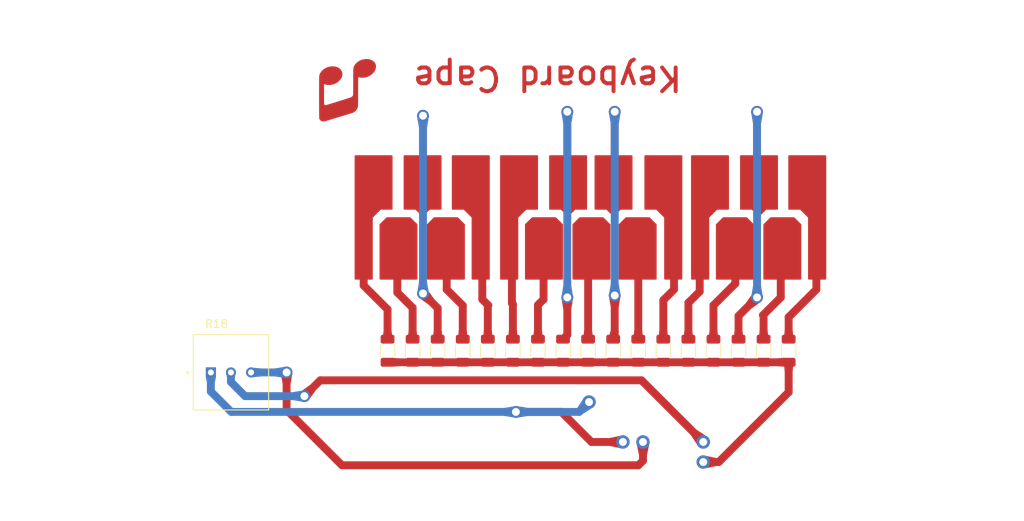
<source format=kicad_pcb>
(kicad_pcb (version 20221018) (generator pcbnew)
  (layers (0 "F.Cu" signal) (31 "B.Cu" signal) (34 "B.Paste" user) (35 "F.Paste" user) (36 "B.SilkS" user "B.Silkscreen") (37 "F.SilkS" user "F.Silkscreen") (38 "B.Mask" user) (39 "F.Mask" user) (44 "Edge.Cuts" user))
  (net 0 "")
  (net 1 "/AIN1")
  (net 2 "/AIN0")
  (net 3 "+1V8")
  (net 4 "/Key0")
  (net 5 "/Key1")
  (net 6 "/Key2")
  (net 7 "/Key3")
  (net 8 "/Key4")
  (net 9 "/Key5")
  (net 10 "/Key6")
  (net 11 "/Key7")
  (net 12 "/Key8")
  (net 13 "/Key9")
  (net 14 "/Key10")
  (net 15 "/Key11")
  (net 16 "/Key12")
  (net 17 "/Key13")
  (net 18 "/Key14")
  (net 19 "/Key15")
  (net 20 "/Key16")
  (net 21 "GNDA")
  (footprint "Connector_PinHeader_2.54mm:PinHeader_2x23_P2.54mm_Vertical" (layer "F.Cu") (at 119.685 98.095 90)
    (fp_text reference "P9" hide)
    (fp_text value "BeagleBone_Black_Header" hide)
    (pad "32" thru_hole oval locked (at 2.54 38.1 90) (size 1.7 1.7) (drill 1) (layers "*.Cu" "*.Mask") (net 3 "+1V8"))
    (pad "34" thru_hole oval locked (at 2.54 40.64 90) (size 1.7 1.7) (drill 1) (layers "*.Cu" "*.Mask") (net 21 "GNDA"))
    (pad "39" thru_hole oval locked (at 0 48.26 90) (size 1.7 1.7) (drill 1) (layers "*.Cu" "*.Mask") (net 2 "/AIN0"))
    (pad "40" thru_hole oval locked (at 2.54 48.26 90) (size 1.7 1.7) (drill 1) (layers "*.Cu" "*.Mask") (net 1 "/AIN1"))
  )
  (footprint "Resistor_SMD:R_1206_3216Metric" (layer "F.Cu") (at 134.359609 84 -90)
    (fp_text reference "R2" hide)
    (fp_text value "R")
    (fp_line (start -0.727064 -0.91) (end 0.727064 -0.91) (stroke (width 0.12)) (layer "F.SilkS"))
    (fp_line (start -0.727064 0.91) (end 0.727064 0.91) (stroke (width 0.12)) (layer "F.SilkS"))
    (pad "1" smd roundrect (at -1.4625 0 270) (size 1.125 1.75) (layers "F.Cu" "F.Paste" "F.Mask") (roundrect_rratio 0.2222222222) (net 6 "/Key2"))
    (pad "2" smd roundrect (at 1.4625 0 270) (size 1.125 1.75) (layers "F.Cu" "F.Paste" "F.Mask") (roundrect_rratio 0.2222222222) (net 2 "/AIN0"))
  )
  (footprint "Resistor_SMD:R_1206_3216Metric" (layer "F.Cu") (at 169.237771 84 -90)
    (fp_text reference "R14" hide)
    (fp_text value "R")
    (fp_line (start -0.727064 -0.91) (end 0.727064 -0.91) (stroke (width 0.12)) (layer "F.SilkS"))
    (fp_line (start -0.727064 0.91) (end 0.727064 0.91) (stroke (width 0.12)) (layer "F.SilkS"))
    (pad "1" smd roundrect (at -1.4625 0 270) (size 1.125 1.75) (layers "F.Cu" "F.Paste" "F.Mask") (roundrect_rratio 0.2222222222) (net 17 "/Key13"))
    (pad "2" smd roundrect (at 1.4625 0 270) (size 1.125 1.75) (layers "F.Cu" "F.Paste" "F.Mask") (roundrect_rratio 0.2222222222) (net 2 "/AIN0"))
  )
  (footprint "Resistor_SMD:R_1206_3216Metric" (layer "F.Cu") (at 175.579255 84 -90)
    (fp_text reference "R16" hide)
    (fp_text value "R")
    (fp_line (start -0.727064 -0.91) (end 0.727064 -0.91) (stroke (width 0.12)) (layer "F.SilkS"))
    (fp_line (start -0.727064 0.91) (end 0.727064 0.91) (stroke (width 0.12)) (layer "F.SilkS"))
    (pad "1" smd roundrect (at -1.4625 0 270) (size 1.125 1.75) (layers "F.Cu" "F.Paste" "F.Mask") (roundrect_rratio 0.2222222222) (net 19 "/Key15"))
    (pad "2" smd roundrect (at 1.4625 0 270) (size 1.125 1.75) (layers "F.Cu" "F.Paste" "F.Mask") (roundrect_rratio 0.2222222222) (net 2 "/AIN0"))
  )
  (footprint "LOGO" (layer "F.Cu") (at 122.75 51 180)
    (fp_text reference "G***" hide)
    (fp_text value "LOGO" hide)
    (fp_poly (pts (xy 3.007149 -3.960827) (xy 3.121421 -3.915045) (xy 3.22019 -3.845924) (xy 3.299694 -3.755209) (xy 3.329543 -3.705213) (xy 3.337348 -3.690151) (xy 3.344468 -3.675372) (xy 3.350935 -3.659444) (xy 3.356781 -3.640937) (xy 3.362036 -3.61842) (xy 3.366734 -3.59046) (xy 3.370905 -3.555626) (xy 3.37458 -3.512488) (xy 3.377791 -3.459614) (xy 3.38057 -3.395572) (xy 3.382949 -3.318931) (xy 3.384958 -3.228261) (xy 3.386629 -3.122129) (xy 3.387994 -2.999104) (xy 3.389084 -2.857755) (xy 3.38993 -2.696651) (xy 3.390565 -2.51436) (xy 3.39102 -2.309451) (xy 3.391326 -2.080492) (xy 3.391514 -1.826053) (xy 3.391617 -1.544702) (xy 3.391665 -1.235008) (xy 3.391691 -0.895539) (xy 3.391692 -0.881731) (xy 3.391709 -0.545875) (xy 3.3917 -0.239821) (xy 3.391648 0.037888) (xy 3.391537 0.288713) (xy 3.39135 0.514111) (xy 3.391071 0.715542) (xy 3.390683 0.894465) (xy 3.39017 1.052337) (xy 3.389516 1.190619) (xy 3.388703 1.31077) (xy 3.387716 1.414246) (xy 3.386538 1.502509) (xy 3.385152 1.577016) (xy 3.383542 1.639227) (xy 3.381692 1.6906) (xy 3.379585 1.732593) (xy 3.377205 1.766667) (xy 3.374534 1.79428) (xy 3.371558 1.81689) (xy 3.368258 1.835956) (xy 3.36462 1.852938) (xy 3.360628 1.869285) (xy 3.299872 2.04716) (xy 3.211164 2.215744) (xy 3.096932 2.373127) (xy 2.9596 2.5174) (xy 2.801596 2.646652) (xy 2.625345 2.758974) (xy 2.433274 2.852455) (xy 2.227809 2.925185) (xy 2.011377 2.975255) (xy 1.942142 2.985917) (xy 1.847723 2.994625) (xy 1.737659 2.998235) (xy 1.620646 2.997066) (xy 1.505378 2.991435) (xy 1.400551 2.981659) (xy 1.314859 2.968058) (xy 1.289539 2.962064) (xy 1.107962 2.903372) (xy 0.95113 2.830929) (xy 0.871204 2.78279) (xy 0.731385 2.674629) (xy 0.619944 2.553475) (xy 0.536599 2.418822) (xy 0.48107 2.270165) (xy 0.453075 2.106997) (xy 0.449341 2.024185) (xy 0.453682 1.899178) (xy 0.470603 1.787367) (xy 0.502762 1.677719) (xy 0.552817 1.559201) (xy 0.569868 1.524) (xy 0.668202 1.35947) (xy 0.793231 1.20637) (xy 0.941794 1.066868) (xy 1.110727 0.943131) (xy 1.296869 0.837326) (xy 1.497058 0.751623) (xy 1.70813 0.688187) (xy 1.824268 0.664173) (xy 1.96136 0.647083) (xy 2.109636 0.640438) (xy 2.261307 0.643739) (xy 2.408581 0.656485) (xy 2.543669 0.678176) (xy 2.65878 0.708313) (xy 2.690323 0.719737) (xy 2.766647 0.749821) (xy 2.766416 -0.512135) (xy 2.766264 -0.75346) (xy 2.765885 -0.965164) (xy 2.765255 -1.148888) (xy 2.764348 -1.306274) (xy 2.76314 -1.438961) (xy 2.761607 -1.54859) (xy 2.759723 -1.636803) (xy 2.757465 -1.705238) (xy 2.754807 -1.755538) (xy 2.751725 -1.789343) (xy 2.748194 -1.808293) (xy 2.746878 -1.811662) (xy 2.700893 -1.869273) (xy 2.6359 -1.903098) (xy 2.567311 -1.911803) (xy 2.541506 -1.907766) (xy 2.492292 -1.895957) (xy 2.419028 -1.876184) (xy 2.321071 -1.848255) (xy 2.197778 -1.811976) (xy 2.048507 -1.767156) (xy 1.872616 -1.7136) (xy 1.669461 -1.651118) (xy 1.438401 -1.579515) (xy 1.178793 -1.4986) (xy 0.938589 -1.423419) (xy 0.684032 -1.34355) (xy 0.457624 -1.272352) (xy 0.25765 -1.209256) (xy 0.082394 -1.153693) (xy -0.069859 -1.105092) (xy -0.200825 -1.062884) (xy -0.312217 -1.026498) (xy -0.405753 -0.995365) (xy -0.483147 -0.968915) (xy -0.546114 -0.946579) (xy -0.59637 -0.927786) (xy -0.63563 -0.911966) (xy -0.665609 -0.89855) (xy -0.688023 -0.886968) (xy -0.702039 -0.878387) (xy -0.784322 -0.812134) (xy -0.850888 -0.736213) (xy -0.89567 -0.658053) (xy -0.905871 -0.628743) (xy -0.90889 -0.601737) (xy -0.911605 -0.543699) (xy -0.914014 -0.454857) (xy -0.916115 -0.33544) (xy -0.917906 -0.185675) (xy -0.919384 -0.00579) (xy -0.920547 0.203987) (xy -0.921393 0.443426) (xy -0.92192 0.712301) (xy -0.922125 1.010383) (xy -0.922128 1.036198) (xy -0.922145 1.30418) (xy -0.922223 1.542838) (xy -0.922448 1.754107) (xy -0.922906 1.939926) (xy -0.923682 2.10223) (xy -0.924862 2.242956) (xy -0.926533 2.364042) (xy -0.92878 2.467424) (xy -0.931689 2.555039) (xy -0.935345 2.628824) (xy -0.939835 2.690715) (xy -0.945245 2.74265) (xy -0.95166 2.786564) (xy -0.959166 2.824396) (xy -0.967849 2.858081) (xy -0.977796 2.889557) (xy -0.989091 2.92076) (xy -1.00182 2.953628) (xy -1.0078 2.968865) (xy -1.083351 3.123153) (xy -1.185938 3.273677) (xy -1.311341 3.416037) (xy -1.455341 3.545832) (xy -1.613717 3.658662) (xy -1.735015 3.727295) (xy -1.927407 3.809849) (xy -2.135528 3.872432) (xy -2.351397 3.913585) (xy -2.567038 3.931847) (xy -2.774469 3.925757) (xy -2.802937 3.922817) (xy -2.991764 3.889275) (xy -3.1676 3.833834) (xy -3.327558 3.758246) (xy -3.468749 3.664267) (xy -3.588285 3.553649) (xy -3.683276 3.428146) (xy -3.716904 3.367961) (xy -3.768276 3.237404) (xy -3.796273 3.09473) (xy -3.80274 2.969847) (xy -3.788185 2.789544) (xy -3.744609 2.616567) (xy -3.671533 2.44991) (xy -3.568478 2.288566) (xy -3.434964 2.13153) (xy -3.374264 2.070977) (xy -3.267942 1.975106) (xy -3.165236 1.896242) (xy -3.054796 1.826475) (xy -2.925272 1.757896) (xy -2.924239 1.757386) (xy -2.726982 1.671352) (xy -2.532378 1.610898) (xy -2.332122 1.574126) (xy -2.117908 1.559133) (xy -2.055446 1.558576) (xy -1.897235 1.564258) (xy -1.761752 1.581037) (xy -1.642115 1.609989) (xy -1.575343 1.633544) (xy -1.571301 1.633817) (xy -1.567676 1.630178) (xy -1.564437 1.620995) (xy -1.561559 1.604637) (xy -1.559012 1.579473) (xy -1.556769 1.543871) (xy -1.554801 1.496202) (xy -1.553082 1.434833) (xy -1.551582 1.358134) (xy -1.550274 1.264473) (xy -1.54913 1.152219) (xy -1.548122 1.019742) (xy -1.547223 0.865409) (xy -1.546403 0.687591) (xy -1.545635 0.484655) (xy -1.544891 0.254972) (xy -1.544144 -0.003091) (xy -1.543551 -0.221274) (xy -1.542792 -0.501857) (xy -1.542076 -0.752914) (xy -1.541368 -0.976184) (xy -1.540635 -1.173402) (xy -1.539846 -1.346306) (xy -1.538966 -1.496631) (xy -1.537964 -1.626115) (xy -1.536806 -1.736495) (xy -1.535459 -1.829506) (xy -1.53389 -1.906886) (xy -1.532066 -1.970371) (xy -1.529955 -2.021698) (xy -1.527523 -2.062603) (xy -1.524738 -2.094824) (xy -1.521566 -2.120097) (xy -1.517975 -2.140159) (xy -1.513932 -2.156746) (xy -1.509403 -2.171594) (xy -1.506405 -2.180492) (xy -1.431489 -2.355983) (xy -1.334247 -2.513333) (xy -1.216844 -2.650223) (xy -1.081447 -2.764336) (xy -0.93022 -2.853351) (xy -0.844061 -2.889683) (xy -0.80233 -2.904041) (xy -0.734316 -2.926201) (xy -0.642342 -2.95546) (xy -0.528728 -2.991118) (xy -0.395797 -3.032472) (xy -0.24587 -3.07882) (xy -0.081269 -3.129461) (xy 0.095685 -3.183692) (xy 0.282671 -3.240813) (xy 0.477367 -3.30012) (xy 0.67745 -3.360912) (xy 0.880601 -3.422487) (xy 1.084497 -3.484144) (xy 1.286817 -3.54518) (xy 1.485238 -3.604893) (xy 1.67744 -3.662583) (xy 1.861102 -3.717546) (xy 2.033901 -3.769082) (xy 2.193515 -3.816487) (xy 2.337625 -3.859061) (xy 2.463907 -3.896101) (xy 2.57004 -3.926906) (xy 2.653703 -3.950774) (xy 2.712575 -3.967002) (xy 2.744333 -3.97489) (xy 2.74715 -3.975393) (xy 2.881138 -3.981525)) (fill solid) (layer "F.Cu"))
  )
  (footprint "Resistor_SMD:R_1206_3216Metric" (layer "F.Cu") (at 159.725545 84 -90)
    (fp_text reference "R11" hide)
    (fp_text value "R")
    (fp_line (start -0.727064 -0.91) (end 0.727064 -0.91) (stroke (width 0.12)) (layer "F.SilkS"))
    (fp_line (start -0.727064 0.91) (end 0.727064 0.91) (stroke (width 0.12)) (layer "F.SilkS"))
    (pad "1" smd roundrect (at -1.4625 0 270) (size 1.125 1.75) (layers "F.Cu" "F.Paste" "F.Mask") (roundrect_rratio 0.2222222222) (net 14 "/Key10"))
    (pad "2" smd roundrect (at 1.4625 0 270) (size 1.125 1.75) (layers "F.Cu" "F.Paste" "F.Mask") (roundrect_rratio 0.2222222222) (net 2 "/AIN0"))
  )
  (footprint "MountingHole:MountingHole_3.2mm_M3_DIN965" (layer "F.Cu") (at 180.645 51.74)
    (fp_text reference "MH3" hide)
    (fp_text value "MountingHole_3.2mm_M3_DIN965" hide)
    (pad "" np_thru_hole circle locked (at 0 0) (size 3.2 3.2) (drill 3.2) (layers "*.Cu" "*.Mask"))
  )
  (footprint "Resistor_SMD:R_1206_3216Metric" (layer "F.Cu") (at 162.896287 84 -90)
    (fp_text reference "R12" hide)
    (fp_text value "R")
    (fp_line (start -0.727064 -0.91) (end 0.727064 -0.91) (stroke (width 0.12)) (layer "F.SilkS"))
    (fp_line (start -0.727064 0.91) (end 0.727064 0.91) (stroke (width 0.12)) (layer "F.SilkS"))
    (pad "1" smd roundrect (at -1.4625 0 270) (size 1.125 1.75) (layers "F.Cu" "F.Paste" "F.Mask") (roundrect_rratio 0.2222222222) (net 15 "/Key11"))
    (pad "2" smd roundrect (at 1.4625 0 270) (size 1.125 1.75) (layers "F.Cu" "F.Paste" "F.Mask") (roundrect_rratio 0.2222222222) (net 2 "/AIN0"))
  )
  (footprint "Resistor_SMD:R_1206_3216Metric" (layer "F.Cu") (at 150.213319 84 -90)
    (fp_text reference "R8" hide)
    (fp_text value "R")
    (fp_line (start -0.727064 -0.91) (end 0.727064 -0.91) (stroke (width 0.12)) (layer "F.SilkS"))
    (fp_line (start -0.727064 0.91) (end 0.727064 0.91) (stroke (width 0.12)) (layer "F.SilkS"))
    (pad "1" smd roundrect (at -1.4625 0 270) (size 1.125 1.75) (layers "F.Cu" "F.Paste" "F.Mask") (roundrect_rratio 0.2222222222) (net 11 "/Key7"))
    (pad "2" smd roundrect (at 1.4625 0 270) (size 1.125 1.75) (layers "F.Cu" "F.Paste" "F.Mask") (roundrect_rratio 0.2222222222) (net 2 "/AIN0"))
  )
  (footprint "" (layer "F.Cu") (at 153.5 90.5)
    (fp_text reference "" (at 0 0) (layer "F.SilkS") (effects (font (size 1.27 1.27))))
    (fp_text value "" (at 0 0) (layer "F.SilkS") (effects (font (size 1.27 1.27))))
    (pad "32" thru_hole oval (at 0 0 90) (size 1.7 1.7) (drill 1) (layers "*.Cu" "*.Mask") (net 3 "+1V8"))
  )
  (footprint "Resistor_SMD:R_1206_3216Metric" (layer "F.Cu") (at 178.75 84 -90)
    (fp_text reference "R17" hide)
    (fp_text value "R")
    (fp_line (start -0.727064 -0.91) (end 0.727064 -0.91) (stroke (width 0.12)) (layer "F.SilkS"))
    (fp_line (start -0.727064 0.91) (end 0.727064 0.91) (stroke (width 0.12)) (layer "F.SilkS"))
    (pad "1" smd roundrect (at -1.4625 0 270) (size 1.125 1.75) (layers "F.Cu" "F.Paste" "F.Mask") (roundrect_rratio 0.2222222222) (net 20 "/Key16"))
    (pad "2" smd roundrect (at 1.4625 0 270) (size 1.125 1.75) (layers "F.Cu" "F.Paste" "F.Mask") (roundrect_rratio 0.2222222222) (net 2 "/AIN0"))
  )
  (footprint "Resistor_SMD:R_1206_3216Metric" (layer "F.Cu") (at 166.067029 84 -90)
    (fp_text reference "R13" hide)
    (fp_text value "R")
    (fp_line (start -0.727064 -0.91) (end 0.727064 -0.91) (stroke (width 0.12)) (layer "F.SilkS"))
    (fp_line (start -0.727064 0.91) (end 0.727064 0.91) (stroke (width 0.12)) (layer "F.SilkS"))
    (pad "1" smd roundrect (at -1.4625 0 270) (size 1.125 1.75) (layers "F.Cu" "F.Paste" "F.Mask") (roundrect_rratio 0.2222222222) (net 16 "/Key12"))
    (pad "2" smd roundrect (at 1.4625 0 270) (size 1.125 1.75) (layers "F.Cu" "F.Paste" "F.Mask") (roundrect_rratio 0.2222222222) (net 2 "/AIN0"))
  )
  (footprint "MountingHole:MountingHole_3.2mm_M3_DIN965" (layer "F.Cu") (at 180.645 93.65)
    (fp_text reference "MH4" hide)
    (fp_text value "MountingHole_3.2mm_M3_DIN965" hide)
    (pad "" np_thru_hole circle locked (at 0 0) (size 3.2 3.2) (drill 3.2) (layers "*.Cu" "*.Mask"))
  )
  (footprint "Resistor_SMD:R_1206_3216Metric" (layer "F.Cu") (at 156.554803 84 -90)
    (fp_text reference "R10" hide)
    (fp_text value "R")
    (fp_line (start -0.727064 -0.91) (end 0.727064 -0.91) (stroke (width 0.12)) (layer "F.SilkS"))
    (fp_line (start -0.727064 0.91) (end 0.727064 0.91) (stroke (width 0.12)) (layer "F.SilkS"))
    (pad "1" smd roundrect (at -1.4625 0 270) (size 1.125 1.75) (layers "F.Cu" "F.Paste" "F.Mask") (roundrect_rratio 0.2222222222) (net 13 "/Key9"))
    (pad "2" smd roundrect (at 1.4625 0 270) (size 1.125 1.75) (layers "F.Cu" "F.Paste" "F.Mask") (roundrect_rratio 0.2222222222) (net 2 "/AIN0"))
  )
  (footprint "Resistor_SMD:R_1206_3216Metric" (layer "F.Cu") (at 143.871835 84 -90)
    (fp_text reference "R5" hide)
    (fp_text value "R")
    (fp_line (start -0.727064 -0.91) (end 0.727064 -0.91) (stroke (width 0.12)) (layer "F.SilkS"))
    (fp_line (start -0.727064 0.91) (end 0.727064 0.91) (stroke (width 0.12)) (layer "F.SilkS"))
    (pad "1" smd roundrect (at -1.4625 0 270) (size 1.125 1.75) (layers "F.Cu" "F.Paste" "F.Mask") (roundrect_rratio 0.2222222222) (net 9 "/Key5"))
    (pad "2" smd roundrect (at 1.4625 0 270) (size 1.125 1.75) (layers "F.Cu" "F.Paste" "F.Mask") (roundrect_rratio 0.2222222222) (net 2 "/AIN0"))
  )
  (footprint "Resistor_SMD:R_1206_3216Metric" (layer "F.Cu") (at 172.408513 84 -90)
    (fp_text reference "R15" hide)
    (fp_text value "R")
    (fp_line (start -0.727064 -0.91) (end 0.727064 -0.91) (stroke (width 0.12)) (layer "F.SilkS"))
    (fp_line (start -0.727064 0.91) (end 0.727064 0.91) (stroke (width 0.12)) (layer "F.SilkS"))
    (pad "1" smd roundrect (at -1.4625 0 270) (size 1.125 1.75) (layers "F.Cu" "F.Paste" "F.Mask") (roundrect_rratio 0.2222222222) (net 18 "/Key14"))
    (pad "2" smd roundrect (at 1.4625 0 270) (size 1.125 1.75) (layers "F.Cu" "F.Paste" "F.Mask") (roundrect_rratio 0.2222222222) (net 2 "/AIN0"))
  )
  (footprint "MountingHole:MountingHole_3.2mm_M3_DIN965" (layer "F.Cu") (at 114.605 48.565)
    (fp_text reference "MH1" hide)
    (fp_text value "MountingHole_3.2mm_M3_DIN965" hide)
    (pad "" np_thru_hole circle locked (at 0 0) (size 3.2 3.2) (drill 3.2) (layers "*.Cu" "*.Mask"))
  )
  (footprint "Resistor_SMD:R_1206_3216Metric" (layer "F.Cu") (at 128.018125 84 -90)
    (fp_text reference "R7" hide)
    (fp_text value "R")
    (fp_line (start -0.727064 -0.91) (end 0.727064 -0.91) (stroke (width 0.12)) (layer "F.SilkS"))
    (fp_line (start -0.727064 0.91) (end 0.727064 0.91) (stroke (width 0.12)) (layer "F.SilkS"))
    (pad "1" smd roundrect (at -1.4625 0 270) (size 1.125 1.75) (layers "F.Cu" "F.Paste" "F.Mask") (roundrect_rratio 0.2222222222) (net 4 "/Key0"))
    (pad "2" smd roundrect (at 1.4625 0 270) (size 1.125 1.75) (layers "F.Cu" "F.Paste" "F.Mask") (roundrect_rratio 0.2222222222) (net 2 "/AIN0"))
  )
  (footprint "Resistor_SMD:R_1206_3216Metric" (layer "F.Cu") (at 140.701093 84 -90)
    (fp_text reference "R4" hide)
    (fp_text value "R")
    (fp_line (start -0.727064 -0.91) (end 0.727064 -0.91) (stroke (width 0.12)) (layer "F.SilkS"))
    (fp_line (start -0.727064 0.91) (end 0.727064 0.91) (stroke (width 0.12)) (layer "F.SilkS"))
    (pad "1" smd roundrect (at -1.4625 0 270) (size 1.125 1.75) (layers "F.Cu" "F.Paste" "F.Mask") (roundrect_rratio 0.2222222222) (net 8 "/Key4"))
    (pad "2" smd roundrect (at 1.4625 0 270) (size 1.125 1.75) (layers "F.Cu" "F.Paste" "F.Mask") (roundrect_rratio 0.2222222222) (net 2 "/AIN0"))
  )
  (footprint "Project:TRIM_COM-09806" (layer "F.Cu") (at 108.21 86.75)
    (fp_text reference "R18" (at -1.825 -6.135) (layer "F.SilkS"))
    (fp_text value "COM-09806")
    (fp_line (start -4.765 -4.78) (end -4.765 4.75) (stroke (width 0.127)) (layer "F.SilkS"))
    (fp_line (start -4.765 4.75) (end 4.765 4.75) (stroke (width 0.127)) (layer "F.SilkS"))
    (fp_line (start 4.765 -4.78) (end -4.765 -4.78) (stroke (width 0.127)) (layer "F.SilkS"))
    (fp_line (start 4.765 4.75) (end 4.765 -4.78) (stroke (width 0.127)) (layer "F.SilkS"))
    (fp_circle (center -5.5 0) (end -5.4 0) (stroke (width 0.2)) (fill none) (layer "F.SilkS"))
    (pad "1" thru_hole rect (at -2.54 0) (size 1.268 1.268) (drill 0.76) (layers "*.Cu" "*.Mask") (net 3 "+1V8"))
    (pad "2" thru_hole circle (at 0 0) (size 1.268 1.268) (drill 0.76) (layers "*.Cu" "*.Mask") (net 1 "/AIN1"))
    (pad "3" thru_hole circle (at 2.54 0) (size 1.268 1.268) (drill 0.76) (layers "*.Cu" "*.Mask") (net 21 "GNDA"))
  )
  (footprint "MountingHole:MountingHole_3.2mm_M3_DIN965" (layer "F.Cu") (at 114.605 96.825)
    (fp_text reference "MH2" hide)
    (fp_text value "MountingHole_3.2mm_M3_DIN965" hide)
    (pad "" np_thru_hole circle locked (at 0 0) (size 3.2 3.2) (drill 3.2) (layers "*.Cu" "*.Mask"))
  )
  (footprint "Resistor_SMD:R_1206_3216Metric" (layer "F.Cu") (at 147.042577 84 -90)
    (fp_text reference "R6" hide)
    (fp_text value "R")
    (fp_line (start -0.727064 -0.91) (end 0.727064 -0.91) (stroke (width 0.12)) (layer "F.SilkS"))
    (fp_line (start -0.727064 0.91) (end 0.727064 0.91) (stroke (width 0.12)) (layer "F.SilkS"))
    (pad "1" smd roundrect (at -1.4625 0 270) (size 1.125 1.75) (layers "F.Cu" "F.Paste" "F.Mask") (roundrect_rratio 0.2222222222) (net 10 "/Key6"))
    (pad "2" smd roundrect (at 1.4625 0 270) (size 1.125 1.75) (layers "F.Cu" "F.Paste" "F.Mask") (roundrect_rratio 0.2222222222) (net 2 "/AIN0"))
  )
  (footprint "Resistor_SMD:R_1206_3216Metric" (layer "F.Cu") (at 131.188867 84 -90)
    (fp_text reference "R1" hide)
    (fp_text value "R")
    (fp_line (start -0.727064 -0.91) (end 0.727064 -0.91) (stroke (width 0.12)) (layer "F.SilkS"))
    (fp_line (start -0.727064 0.91) (end 0.727064 0.91) (stroke (width 0.12)) (layer "F.SilkS"))
    (pad "1" smd roundrect (at -1.4625 0 270) (size 1.125 1.75) (layers "F.Cu" "F.Paste" "F.Mask") (roundrect_rratio 0.2222222222) (net 5 "/Key1"))
    (pad "2" smd roundrect (at 1.4625 0 270) (size 1.125 1.75) (layers "F.Cu" "F.Paste" "F.Mask") (roundrect_rratio 0.2222222222) (net 2 "/AIN0"))
  )
  (footprint "Resistor_SMD:R_1206_3216Metric" (layer "F.Cu") (at 137.530351 84 -90)
    (fp_text reference "R3" hide)
    (fp_text value "R")
    (fp_line (start -0.727064 -0.91) (end 0.727064 -0.91) (stroke (width 0.12)) (layer "F.SilkS"))
    (fp_line (start -0.727064 0.91) (end 0.727064 0.91) (stroke (width 0.12)) (layer "F.SilkS"))
    (pad "1" smd roundrect (at -1.4625 0 270) (size 1.125 1.75) (layers "F.Cu" "F.Paste" "F.Mask") (roundrect_rratio 0.2222222222) (net 7 "/Key3"))
    (pad "2" smd roundrect (at 1.4625 0 270) (size 1.125 1.75) (layers "F.Cu" "F.Paste" "F.Mask") (roundrect_rratio 0.2222222222) (net 2 "/AIN0"))
  )
  (footprint "Resistor_SMD:R_1206_3216Metric" (layer "F.Cu") (at 153.384061 84 -90)
    (fp_text reference "R9" hide)
    (fp_text value "R")
    (fp_line (start -0.727064 -0.91) (end 0.727064 -0.91) (stroke (width 0.12)) (layer "F.SilkS"))
    (fp_line (start -0.727064 0.91) (end 0.727064 0.91) (stroke (width 0.12)) (layer "F.SilkS"))
    (pad "1" smd roundrect (at -1.4625 0 270) (size 1.125 1.75) (layers "F.Cu" "F.Paste" "F.Mask") (roundrect_rratio 0.2222222222) (net 12 "/Key8"))
    (pad "2" smd roundrect (at 1.4625 0 270) (size 1.125 1.75) (layers "F.Cu" "F.Paste" "F.Mask") (roundrect_rratio 0.2222222222) (net 2 "/AIN0"))
  )
  (gr_arc locked (start 106.35 100) (mid 101.859872 98.140128) (end 100 93.65) (stroke (width 0.00254)) (layer "Edge.Cuts"))
  (gr_line locked (start 186.36 87.3) (end 186.36 58.09) (stroke (width 0.00254)) (layer "Edge.Cuts"))
  (gr_line locked (start 106.35 100) (end 173.66 100) (stroke (width 0.00254)) (layer "Edge.Cuts"))
  (gr_line locked (start 120.32 79.045) (end 100 79.045) (stroke (width 0.00254)) (layer "Edge.Cuts"))
  (gr_line locked (start 105.715 45.39) (end 105.715 61.265) (stroke (width 0.00254)) (layer "Edge.Cuts"))
  (gr_line locked (start 100 79.045) (end 100 93.65) (stroke (width 0.00254)) (layer "Edge.Cuts"))
  (gr_line locked (start 173.66 45.39) (end 105.715 45.39) (stroke (width 0.00254)) (layer "Edge.Cuts"))
  (gr_arc locked (start 186.36 87.3) (mid 182.640256 96.280256) (end 173.66 100) (stroke (width 0.00254)) (layer "Edge.Cuts"))
  (gr_arc locked (start 173.66 45.39) (mid 182.640256 49.109744) (end 186.36 58.09) (stroke (width 0.00254)) (layer "Edge.Cuts"))
  (gr_line locked (start 120.32 61.265) (end 120.32 79.045) (stroke (width 0.00254)) (layer "Edge.Cuts"))
  (gr_line locked (start 105.715 61.265) (end 120.32 61.265) (stroke (width 0.00254)) (layer "Edge.Cuts"))
  (gr_text "Keyboard Cape" (at 165.5 47.75 180) (layer "F.Cu") (effects (font (size 3 3) (thickness 0.5) bold) (justify left bottom)))
  (segment (start 119.5 87.75) (end 117.5 89.75) (width 1) (layer "F.Cu") (net 1))
  (segment (start 160.14 87.75) (end 119.5 87.75) (width 1) (layer "F.Cu") (net 1))
  (segment (start 167.945 95.555) (end 160.14 87.75) (width 1) (layer "F.Cu") (net 1))
  (via (at 117.5 89.75) (size 1.5) (drill 1) (layers "F.Cu" "B.Cu") (net 1))
  (segment (start 110 89.75) (end 117.5 89.75) (width 1) (layer "B.Cu") (net 1))
  (segment (start 108.21 86.75) (end 108.21 87.96) (width 1) (layer "B.Cu") (net 1))
  (segment (start 108.21 87.96) (end 110 89.75) (width 1) (layer "B.Cu") (net 1))
  (segment (start 178.75 85.4625) (end 178.75 89.25) (width 1) (layer "F.Cu") (net 2))
  (segment (start 167.945 98.095) (end 169.905 98.095) (width 1) (layer "F.Cu") (net 2))
  (segment (start 169.905 98.095) (end 178.75 89.25) (width 1) (layer "F.Cu") (net 2))
  (segment (start 178.75 85.4625) (end 128.018125 85.4625) (width 1) (layer "F.Cu") (net 2))
  (segment (start 150 91.75) (end 153.805 95.555) (width 1) (layer "F.Cu") (net 3))
  (segment (start 153.805 95.555) (end 157.785 95.555) (width 1) (layer "F.Cu") (net 3))
  (segment (start 144.25 91.75) (end 150 91.75) (width 1) (layer "F.Cu") (net 3))
  (via (at 144.25 91.75) (size 1.5) (drill 1) (layers "F.Cu" "B.Cu") (net 3))
  (segment (start 144.25 91.75) (end 108.25 91.75) (width 1) (layer "B.Cu") (net 3))
  (segment (start 152.25 91.75) (end 153.5 90.5) (width 1) (layer "B.Cu") (net 3))
  (segment (start 144.25 91.75) (end 152.25 91.75) (width 1) (layer "B.Cu") (net 3))
  (segment (start 108.25 91.75) (end 105.67 89.17) (width 1) (layer "B.Cu") (net 3))
  (segment (start 105.67 89.17) (end 105.67 86.75) (width 1) (layer "B.Cu") (net 3))
  (segment (start 125 75.75) (end 125 67.75) (width 1) (layer "F.Cu") (net 4))
  (segment (start 128.018125 78.768125) (end 125 75.75) (width 1) (layer "F.Cu") (net 4))
  (segment (start 128.018125 82.5375) (end 128.018125 78.768125) (width 1) (layer "F.Cu") (net 4))
  (segment (start 131.188867 78.561133) (end 129.25 76.622266) (width 1) (layer "F.Cu") (net 5))
  (segment (start 129.25 76.622266) (end 129.25 68.5) (width 1) (layer "F.Cu") (net 5))
  (segment (start 131.188867 82.5375) (end 131.188867 78.561133) (width 1) (layer "F.Cu") (net 5))
  (segment (start 134.359609 78.609609) (end 132.5 76.75) (width 1) (layer "F.Cu") (net 6))
  (segment (start 132.5 54.25) (end 132.5 63.5) (width 1) (layer "F.Cu") (net 6))
  (segment (start 134.359609 82.5375) (end 134.359609 78.609609) (width 1) (layer "F.Cu") (net 6))
  (via (at 132.5 76.75) (size 1.5) (drill 1) (layers "F.Cu" "B.Cu") (net 6))
  (via (at 132.5 54.25) (size 1.5) (drill 1) (layers "F.Cu" "B.Cu") (net 6))
  (segment (start 132.5 54.25) (end 132.5 76.75) (width 1) (layer "B.Cu") (net 6))
  (segment (start 135.5 76.25) (end 135.5 68.25) (width 1) (layer "F.Cu") (net 7))
  (segment (start 137.530351 82.5375) (end 137.530351 78.280351) (width 1) (layer "F.Cu") (net 7))
  (segment (start 137.530351 78.280351) (end 137.5 78.25) (width 1) (layer "F.Cu") (net 7))
  (segment (start 137.5 78.25) (end 135.5 76.25) (width 1) (layer "F.Cu") (net 7))
  (segment (start 140.701093 78.298907) (end 140.75 78.25) (width 1) (layer "F.Cu") (net 8))
  (segment (start 140.75 78.25) (end 140 77.5) (width 1) (layer "F.Cu") (net 8))
  (segment (start 140.701093 82.5375) (end 140.701093 78.298907) (width 1) (layer "F.Cu") (net 8))
  (segment (start 140 77.5) (end 140 68.25) (width 1) (layer "F.Cu") (net 8))
  (segment (start 143.871835 82.5375) (end 143.871835 78.121835) (width 1) (layer "F.Cu") (net 9))
  (segment (start 143.871835 78.121835) (end 143.75 78) (width 1) (layer "F.Cu") (net 9))
  (segment (start 143.75 78) (end 143.75 68.25) (width 1) (layer "F.Cu") (net 9))
  (segment (start 147.75 77.5) (end 147.75 68.25) (width 1) (layer "F.Cu") (net 10))
  (segment (start 147.042577 82.5375) (end 147.042577 78.207423) (width 1) (layer "F.Cu") (net 10))
  (segment (start 147.042577 78.207423) (end 147.75 77.5) (width 1) (layer "F.Cu") (net 10))
  (segment (start 150.75 77.25) (end 150.75 82.000819) (width 1) (layer "F.Cu") (net 11))
  (segment (start 150.75 82.000819) (end 150.213319 82.5375) (width 1) (layer "F.Cu") (net 11))
  (segment (start 150.75 53.75) (end 150.75 63.75) (width 1) (layer "F.Cu") (net 11))
  (via (at 150.75 53.75) (size 1.5) (drill 1) (layers "F.Cu" "B.Cu") (net 11))
  (via (at 150.75 77.25) (size 1.5) (drill 1) (layers "F.Cu" "B.Cu") (net 11))
  (segment (start 150.75 77.25) (end 150.75 53.75) (width 1) (layer "B.Cu") (net 11))
  (segment (start 153.384061 82.5375) (end 153.384061 68.75) (width 1) (layer "F.Cu") (net 12))
  (segment (start 156.75 82.342303) (end 156.554803 82.5375) (width 1) (layer "F.Cu") (net 13))
  (segment (start 156.75 77) (end 156.75 82.342303) (width 1) (layer "F.Cu") (net 13))
  (segment (start 156.75 53.75) (end 156.75 63.5) (width 1) (layer "F.Cu") (net 13))
  (via (at 156.75 53.75) (size 1.5) (drill 1) (layers "F.Cu" "B.Cu") (net 13))
  (via (at 156.75 77) (size 1.5) (drill 1) (layers "F.Cu" "B.Cu") (net 13))
  (segment (start 156.75 77) (end 156.75 53.75) (width 1) (layer "B.Cu") (net 13))
  (segment (start 159.725545 82.5375) (end 159.725545 68.774455) (width 1) (layer "F.Cu") (net 14))
  (segment (start 163 77.5) (end 164.25 76.25) (width 1) (layer "F.Cu") (net 15))
  (segment (start 162.896287 82.5375) (end 163 82.433787) (width 1) (layer "F.Cu") (net 15))
  (segment (start 162.896287 82.5375) (end 162.896287 77.603713) (width 1) (layer "F.Cu") (net 15))
  (segment (start 162.896287 77.603713) (end 163 77.5) (width 1) (layer "F.Cu") (net 15))
  (segment (start 164.25 76.25) (end 164.25 68.5) (width 1) (layer "F.Cu") (net 15))
  (segment (start 162.701093 82.342306) (end 162.896287 82.5375) (width 1) (layer "F.Cu") (net 15))
  (segment (start 167.5 76.5) (end 167.5 68.5) (width 1) (layer "F.Cu") (net 16))
  (segment (start 166.067029 77.932971) (end 166.25 77.75) (width 1) (layer "F.Cu") (net 16))
  (segment (start 166.25 77.75) (end 167.5 76.5) (width 1) (layer "F.Cu") (net 16))
  (segment (start 166.067029 82.5375) (end 166.067029 77.932971) (width 1) (layer "F.Cu") (net 16))
  (segment (start 169.237771 82.5375) (end 169.237771 78.262229) (width 1) (layer "F.Cu") (net 17))
  (segment (start 169.25 78.25) (end 172 75.5) (width 1) (layer "F.Cu") (net 17))
  (segment (start 169.237771 78.262229) (end 169.25 78.25) (width 1) (layer "F.Cu") (net 17))
  (segment (start 172 75.5) (end 172 68.75) (width 1) (layer "F.Cu") (net 17))
  (segment (start 174.75 53.75) (end 174.75 63.5) (width 1) (layer "F.Cu") (net 18))
  (segment (start 174.75 77.25) (end 172.408513 79.591487) (width 1) (layer "F.Cu") (net 18))
  (segment (start 172.408513 79.591487) (end 172.408513 82.5375) (width 1) (layer "F.Cu") (net 18))
  (via (at 174.75 53.75) (size 1.5) (drill 1) (layers "F.Cu" "B.Cu") (net 18))
  (via (at 174.75 77.25) (size 1.5) (drill 1) (layers "F.Cu" "B.Cu") (net 18))
  (segment (start 174.75 77.25) (end 174.75 53.75) (width 1) (layer "B.Cu") (net 18))
  (segment (start 175.5 79.5) (end 177.75 77.25) (width 1) (layer "F.Cu") (net 19))
  (segment (start 177.75 77.25) (end 177.75 69) (width 1) (layer "F.Cu") (net 19))
  (segment (start 175.579255 79.579255) (end 175.5 79.5) (width 1) (layer "F.Cu") (net 19))
  (segment (start 175.579255 82.5375) (end 175.579255 79.579255) (width 1) (layer "F.Cu") (net 19))
  (segment (start 178.75 82.5375) (end 178.75 79.75) (width 1) (layer "F.Cu") (net 20))
  (segment (start 182.25 76.25) (end 182.25 68.75) (width 1) (layer "F.Cu") (net 20))
  (segment (start 179 79.5) (end 182.25 76.25) (width 1) (layer "F.Cu") (net 20))
  (segment (start 178.75 79.75) (end 179 79.5) (width 1) (layer "F.Cu") (net 20))
  (segment (start 160.325 97.925) (end 159.75 98.5) (width 1) (layer "F.Cu") (net 21))
  (segment (start 159.75 98.5) (end 122.25 98.5) (width 1) (layer "F.Cu") (net 21))
  (segment (start 160.325 95.555) (end 160.325 97.925) (width 1) (layer "F.Cu") (net 21))
  (segment (start 122.25 98.5) (end 115.25 91.5) (width 1) (layer "F.Cu") (net 21))
  (segment (start 115.25 91.5) (end 115.25 86.75) (width 1) (layer "F.Cu") (net 21))
  (via (at 115.25 86.75) (size 1.5) (drill 1) (layers "F.Cu" "B.Cu") (net 21))
  (segment (start 110.75 86.75) (end 115.25 86.75) (width 1) (layer "B.Cu") (net 21))
  (zone (net 13) (net_name "/Key9") (layer "F.Cu") (priority 1) (connect_pads yes (clearance 0.2)) (min_thickness 0.2) (fill yes (thermal_gap 0.5) (thermal_bridge_width 0.5) (smoothing fillet) (radius 0.1) (island_removal_mode 1) (island_area_min 10))
    (polygon (pts (xy 159 66.15) (xy 159 59.25) (xy 154.2 59.25) (xy 154.2 66.15) (xy 155.7 66.15) (xy 156.6 67.05) (xy 157.5 66.15)))
  )
  (zone (net 4) (net_name "/Key0") (layer "F.Cu") (priority 1) (connect_pads yes (clearance 0.2)) (min_thickness 0.2) (fill yes (thermal_gap 0.5) (thermal_bridge_width 0.5) (smoothing fillet) (radius 0.1) (island_removal_mode 1) (island_area_min 10))
    (polygon (pts (xy 128.65 66.15) (xy 128.65 59.25) (xy 123.85 59.25) (xy 123.85 75) (xy 126.15 75) (xy 126.15 67.15) (xy 127.15 66.15)))
  )
  (zone (net 15) (net_name "/Key11") (layer "F.Cu") (priority 1) (connect_pads yes (clearance 0.2)) (min_thickness 0.2) (fill yes (thermal_gap 0.5) (thermal_bridge_width 0.5) (smoothing fillet) (radius 0.1))
    (polygon (pts (xy 160.5 66.15) (xy 160.5 59.25) (xy 165.3 59.25) (xy 165.3 75) (xy 163 75) (xy 163 67.15) (xy 162 66.15)))
  )
  (zone (net 10) (net_name "/Key6") (layer "F.Cu") (priority 1) (connect_pads yes (clearance 0.2)) (min_thickness 0.2) (fill yes (thermal_gap 0.5) (thermal_bridge_width 0.5) (smoothing fillet) (radius 0.1))
    (polygon (pts (xy 150.2 75) (xy 145.4 75) (xy 145.4 68) (xy 146.3 67.1) (xy 149.3 67.1) (xy 150.2 68)))
  )
  (zone (net 14) (net_name "/Key10") (layer "F.Cu") (priority 1) (connect_pads yes (clearance 0.2)) (min_thickness 0.2) (fill yes (thermal_gap 0.5) (thermal_bridge_width 0.5) (smoothing fillet) (radius 0.1))
    (polygon (pts (xy 162.05 75) (xy 157.25 75) (xy 157.25 68) (xy 158.15 67.1) (xy 161.15 67.1) (xy 162.05 68)))
  )
  (zone (net 12) (net_name "/Key8") (layer "F.Cu") (priority 1) (connect_pads yes (clearance 0.2)) (min_thickness 0.2) (fill yes (thermal_gap 0.5) (thermal_bridge_width 0.5) (smoothing fillet) (radius 0.1))
    (polygon (pts (xy 156.2 75) (xy 151.4 75) (xy 151.4 68) (xy 152.3 67.1) (xy 155.3 67.1) (xy 156.2 68)))
  )
  (zone (net 20) (net_name "/Key16") (layer "F.Cu") (priority 1) (connect_pads yes (clearance 0.2)) (min_thickness 0.2) (fill yes (thermal_gap 0.5) (thermal_bridge_width 0.5) (smoothing fillet) (radius 0.1))
    (polygon (pts (xy 178.7 66.15) (xy 178.7 59.25) (xy 183.5 59.25) (xy 183.5 75) (xy 181.2 75) (xy 181.2 67.15) (xy 180.2 66.15)))
  )
  (zone (net 6) (net_name "/Key2") (layer "F.Cu") (priority 1) (connect_pads yes (clearance 0.2)) (min_thickness 0.2) (fill yes (thermal_gap 0.5) (thermal_bridge_width 0.5) (smoothing fillet) (radius 0.1) (island_removal_mode 1) (island_area_min 10))
    (polygon (pts (xy 134.85 66.15) (xy 134.85 59.25) (xy 130.05 59.25) (xy 130.05 66.15) (xy 131.55 66.15) (xy 132.45 67.05) (xy 133.35 66.15)))
  )
  (zone (net 16) (net_name "/Key12") (layer "F.Cu") (priority 1) (connect_pads yes (clearance 0.2)) (min_thickness 0.2) (fill yes (thermal_gap 0.5) (thermal_bridge_width 0.5) (smoothing fillet) (radius 0.1) (island_removal_mode 1) (island_area_min 10))
    (polygon (pts (xy 171.2 66.15) (xy 171.2 59.25) (xy 166.4 59.25) (xy 166.4 75) (xy 168.7 75) (xy 168.7 67.15) (xy 169.7 66.15)))
  )
  (zone (net 18) (net_name "/Key14") (layer "F.Cu") (priority 1) (connect_pads yes (clearance 0.2)) (min_thickness 0.2) (fill yes (thermal_gap 0.5) (thermal_bridge_width 0.5) (smoothing fillet) (radius 0.1) (island_removal_mode 1) (island_area_min 10))
    (polygon (pts (xy 177.4 66.15) (xy 177.4 59.25) (xy 172.6 59.25) (xy 172.6 66.15) (xy 174.1 66.15) (xy 175 67.05) (xy 175.9 66.15)))
  )
  (zone (net 8) (net_name "/Key4") (layer "F.Cu") (priority 1) (connect_pads yes (clearance 0.2)) (min_thickness 0.2) (fill yes (thermal_gap 0.5) (thermal_bridge_width 0.5) (smoothing fillet) (radius 0.1))
    (polygon (pts (xy 136.15 66.15) (xy 136.15 59.25) (xy 140.95 59.25) (xy 140.95 75) (xy 138.65 75) (xy 138.65 67.15) (xy 137.65 66.15)))
  )
  (zone (net 11) (net_name "/Key7") (layer "F.Cu") (priority 1) (connect_pads yes (clearance 0.2)) (min_thickness 0.2) (fill yes (thermal_gap 0.5) (thermal_bridge_width 0.5) (smoothing fillet) (radius 0.1) (island_removal_mode 1) (island_area_min 10))
    (polygon (pts (xy 153.25 66.15) (xy 153.25 59.25) (xy 148.45 59.25) (xy 148.45 66.15) (xy 149.95 66.15) (xy 150.85 67.05) (xy 151.75 66.15)))
  )
  (zone (net 5) (net_name "/Key1") (layer "F.Cu") (priority 1) (connect_pads yes (clearance 0.2)) (min_thickness 0.2) (fill yes (thermal_gap 0.5) (thermal_bridge_width 0.5) (smoothing fillet) (radius 0.1))
    (polygon (pts (xy 131.8 75) (xy 127 75) (xy 127 68) (xy 127.9 67.1) (xy 130.9 67.1) (xy 131.8 68)))
  )
  (zone (net 7) (net_name "/Key3") (layer "F.Cu") (priority 1) (connect_pads yes (clearance 0.2)) (min_thickness 0.2) (fill yes (thermal_gap 0.5) (thermal_bridge_width 0.5) (smoothing fillet) (radius 0.1))
    (polygon (pts (xy 137.8 75) (xy 133 75) (xy 133 68) (xy 133.9 67.1) (xy 136.9 67.1) (xy 137.8 68)))
  )
  (zone (net 17) (net_name "/Key13") (layer "F.Cu") (priority 1) (connect_pads yes (clearance 0.2)) (min_thickness 0.2) (fill yes (thermal_gap 0.5) (thermal_bridge_width 0.5) (smoothing fillet) (radius 0.1))
    (polygon (pts (xy 174.35 75) (xy 169.55 75) (xy 169.55 68) (xy 170.45 67.1) (xy 173.45 67.1) (xy 174.35 68)))
  )
  (zone (net 19) (net_name "/Key15") (layer "F.Cu") (priority 1) (connect_pads yes (clearance 0.2)) (min_thickness 0.2) (fill yes (thermal_gap 0.5) (thermal_bridge_width 0.5) (smoothing fillet) (radius 0.1))
    (polygon (pts (xy 180.35 75) (xy 175.55 75) (xy 175.55 68) (xy 176.45 67.1) (xy 179.45 67.1) (xy 180.35 68)))
  )
  (zone (net 9) (net_name "/Key5") (layer "F.Cu") (priority 1) (connect_pads yes (clearance 0.2)) (min_thickness 0.2) (fill yes (thermal_gap 0.5) (thermal_bridge_width 0.5) (smoothing fillet) (radius 0.1) (island_removal_mode 1) (island_area_min 10))
    (polygon (pts (xy 147.05 66.15) (xy 147.05 59.25) (xy 142.25 59.25) (xy 142.25 75) (xy 144.55 75) (xy 144.55 67.15) (xy 145.55 66.15)))
  )
)
</source>
